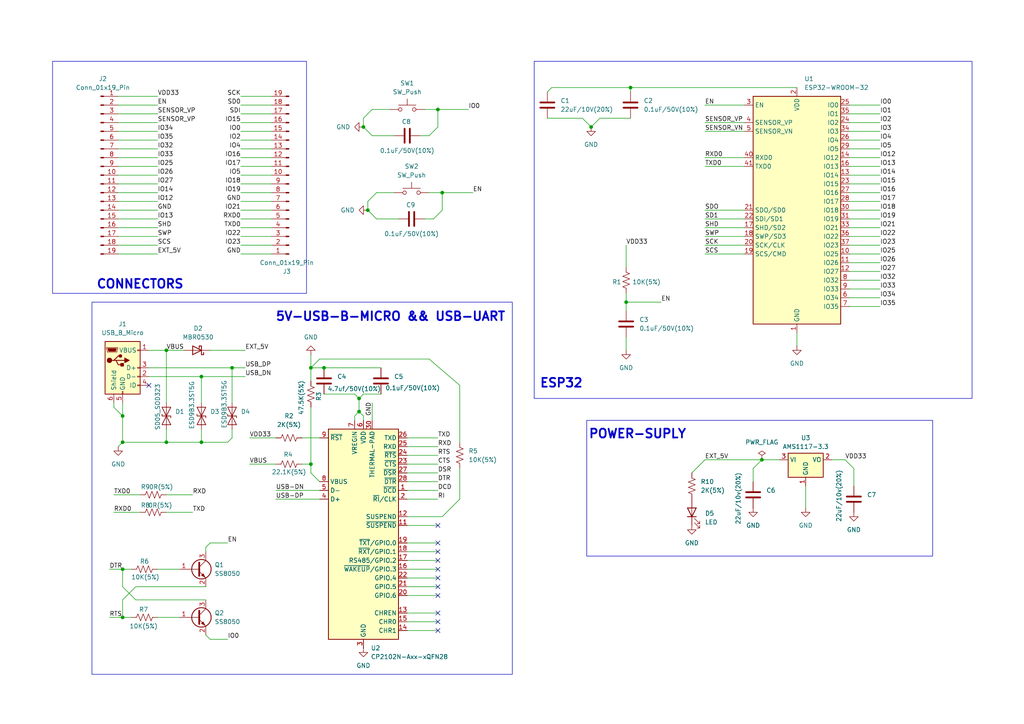
<source format=kicad_sch>
(kicad_sch (version 20250114) (generator "eeschema") (generator_version "9.0")
  (paper "A4")
  (title_block (title "ESP32-NANO-DEM") (date "2025-08-22") (rev "01") (company "IBX"))
  (lib_symbols
    (symbol "Connector:Conn_01x19_Pin" (pin_names (offset 1.016) (hide yes))
      (property "Reference" "J" (at 0 25.4 0))
      (property "Value" "Conn_01x19_Pin" (at 0 -25.4 0))
      (symbol "Conn_01x19_Pin_1_1"
        (rectangle (start 0.8636 22.987) (end 0 22.733) (stroke (width 0.1524)) (fill (type outline)))
        (rectangle (start 0.8636 20.447) (end 0 20.193) (stroke (width 0.1524)) (fill (type outline)))
        (rectangle (start 0.8636 17.907) (end 0 17.653) (stroke (width 0.1524)) (fill (type outline)))
        (rectangle (start 0.8636 15.367) (end 0 15.113) (stroke (width 0.1524)) (fill (type outline)))
        (rectangle (start 0.8636 12.827) (end 0 12.573) (stroke (width 0.1524)) (fill (type outline)))
        (rectangle (start 0.8636 10.287) (end 0 10.033) (stroke (width 0.1524)) (fill (type outline)))
        (rectangle (start 0.8636 7.747) (end 0 7.493) (stroke (width 0.1524)) (fill (type outline)))
        (rectangle (start 0.8636 5.207) (end 0 4.953) (stroke (width 0.1524)) (fill (type outline)))
        (rectangle (start 0.8636 2.667) (end 0 2.413) (stroke (width 0.1524)) (fill (type outline)))
        (rectangle (start 0.8636 0.127) (end 0 -0.127) (stroke (width 0.1524)) (fill (type outline)))
        (rectangle (start 0.8636 -2.413) (end 0 -2.667) (stroke (width 0.1524)) (fill (type outline)))
        (rectangle (start 0.8636 -4.953) (end 0 -5.207) (stroke (width 0.1524)) (fill (type outline)))
        (rectangle (start 0.8636 -7.493) (end 0 -7.747) (stroke (width 0.1524)) (fill (type outline)))
        (rectangle (start 0.8636 -10.033) (end 0 -10.287) (stroke (width 0.1524)) (fill (type outline)))
        (rectangle (start 0.8636 -12.573) (end 0 -12.827) (stroke (width 0.1524)) (fill (type outline)))
        (rectangle (start 0.8636 -15.113) (end 0 -15.367) (stroke (width 0.1524)) (fill (type outline)))
        (rectangle (start 0.8636 -17.653) (end 0 -17.907) (stroke (width 0.1524)) (fill (type outline)))
        (rectangle (start 0.8636 -20.193) (end 0 -20.447) (stroke (width 0.1524)) (fill (type outline)))
        (rectangle (start 0.8636 -22.733) (end 0 -22.987) (stroke (width 0.1524)) (fill (type outline)))
        (polyline (pts (xy 1.27 22.86) (xy 0.8636 22.86)) (stroke (width 0.1524)))
        (polyline (pts (xy 1.27 20.32) (xy 0.8636 20.32)) (stroke (width 0.1524)))
        (polyline (pts (xy 1.27 17.78) (xy 0.8636 17.78)) (stroke (width 0.1524)))
        (polyline (pts (xy 1.27 15.24) (xy 0.8636 15.24)) (stroke (width 0.1524)))
        (polyline (pts (xy 1.27 12.7) (xy 0.8636 12.7)) (stroke (width 0.1524)))
        (polyline (pts (xy 1.27 10.16) (xy 0.8636 10.16)) (stroke (width 0.1524)))
        (polyline (pts (xy 1.27 7.62) (xy 0.8636 7.62)) (stroke (width 0.1524)))
        (polyline (pts (xy 1.27 5.08) (xy 0.8636 5.08)) (stroke (width 0.1524)))
        (polyline (pts (xy 1.27 2.54) (xy 0.8636 2.54)) (stroke (width 0.1524)))
        (polyline (pts (xy 1.27 0) (xy 0.8636 0)) (stroke (width 0.1524)))
        (polyline (pts (xy 1.27 -2.54) (xy 0.8636 -2.54)) (stroke (width 0.1524)))
        (polyline (pts (xy 1.27 -5.08) (xy 0.8636 -5.08)) (stroke (width 0.1524)))
        (polyline (pts (xy 1.27 -7.62) (xy 0.8636 -7.62)) (stroke (width 0.1524)))
        (polyline (pts (xy 1.27 -10.16) (xy 0.8636 -10.16)) (stroke (width 0.1524)))
        (polyline (pts (xy 1.27 -12.7) (xy 0.8636 -12.7)) (stroke (width 0.1524)))
        (polyline (pts (xy 1.27 -15.24) (xy 0.8636 -15.24)) (stroke (width 0.1524)))
        (polyline (pts (xy 1.27 -17.78) (xy 0.8636 -17.78)) (stroke (width 0.1524)))
        (polyline (pts (xy 1.27 -20.32) (xy 0.8636 -20.32)) (stroke (width 0.1524)))
        (polyline (pts (xy 1.27 -22.86) (xy 0.8636 -22.86)) (stroke (width 0.1524)))
        (pin passive line (at 5.08 22.86 180) (length 3.81) (name "Pin_1") (number "1"))
        (pin passive line (at 5.08 20.32 180) (length 3.81) (name "Pin_2") (number "2"))
        (pin passive line (at 5.08 17.78 180) (length 3.81) (name "Pin_3") (number "3"))
        (pin passive line (at 5.08 15.24 180) (length 3.81) (name "Pin_4") (number "4"))
        (pin passive line (at 5.08 12.7 180) (length 3.81) (name "Pin_5") (number "5"))
        (pin passive line (at 5.08 10.16 180) (length 3.81) (name "Pin_6") (number "6"))
        (pin passive line (at 5.08 7.62 180) (length 3.81) (name "Pin_7") (number "7"))
        (pin passive line (at 5.08 5.08 180) (length 3.81) (name "Pin_8") (number "8"))
        (pin passive line (at 5.08 2.54 180) (length 3.81) (name "Pin_9") (number "9"))
        (pin passive line (at 5.08 0 180) (length 3.81) (name "Pin_10") (number "10"))
        (pin passive line (at 5.08 -2.54 180) (length 3.81) (name "Pin_11") (number "11"))
        (pin passive line (at 5.08 -5.08 180) (length 3.81) (name "Pin_12") (number "12"))
        (pin passive line (at 5.08 -7.62 180) (length 3.81) (name "Pin_13") (number "13"))
        (pin passive line (at 5.08 -10.16 180) (length 3.81) (name "Pin_14") (number "14"))
        (pin passive line (at 5.08 -12.7 180) (length 3.81) (name "Pin_15") (number "15"))
        (pin passive line (at 5.08 -15.24 180) (length 3.81) (name "Pin_16") (number "16"))
        (pin passive line (at 5.08 -17.78 180) (length 3.81) (name "Pin_17") (number "17"))
        (pin passive line (at 5.08 -20.32 180) (length 3.81) (name "Pin_18") (number "18"))
        (pin passive line (at 5.08 -22.86 180) (length 3.81) (name "Pin_19") (number "19"))
      )
    )
    (symbol "Connector:USB_B_Micro" (pin_names (offset 1.016))
      (property "Reference" "J" (at -5.08 11.43 0))
      (property "Value" "USB_B_Micro" (at -5.08 8.89 0))
      (symbol "USB_B_Micro_0_1"
        (rectangle (start -5.08 -7.62) (end 5.08 7.62) (stroke (width 0.254)) (fill (type background)))
        (polyline (pts (xy -4.699 5.842) (xy -4.699 5.588) (xy -4.445 4.826) (xy -4.445 4.572) (xy -1.651 4.572) (xy -1.651 4.826) (xy -1.397 5.588) (xy -1.397 5.842) (xy -4.699 5.842)))
        (polyline (pts (xy -4.318 5.588) (xy -1.778 5.588) (xy -2.032 4.826) (xy -4.064 4.826) (xy -4.318 5.588)) (fill (type outline)))
        (circle (center -3.81 2.159) (radius 0.635) (stroke (width 0.254)) (fill (type outline)))
        (polyline (pts (xy -3.175 2.159) (xy -2.54 2.159) (xy -1.27 3.429) (xy -0.635 3.429)) (stroke (width 0.254)))
        (polyline (pts (xy -2.54 2.159) (xy -1.905 2.159) (xy -1.27 0.889) (xy 0 0.889)) (stroke (width 0.254)))
        (polyline (pts (xy -1.905 2.159) (xy 0.635 2.159)) (stroke (width 0.254)))
        (circle (center -0.635 3.429) (radius 0.381) (stroke (width 0.254)) (fill (type outline)))
        (rectangle (start -0.127 -7.62) (end 0.127 -6.858))
        (rectangle (start 0.254 1.27) (end -0.508 0.508) (stroke (width 0.254)) (fill (type outline)))
        (polyline (pts (xy 0.635 2.794) (xy 0.635 1.524) (xy 1.905 2.159) (xy 0.635 2.794)) (stroke (width 0.254)) (fill (type outline)))
        (rectangle (start 5.08 4.953) (end 4.318 5.207))
        (rectangle (start 5.08 -0.127) (end 4.318 0.127))
        (rectangle (start 5.08 -2.667) (end 4.318 -2.413))
        (rectangle (start 5.08 -5.207) (end 4.318 -4.953))
      )
      (symbol "USB_B_Micro_1_1"
        (pin passive line (at -2.54 -10.16 90) (length 2.54) (name "Shield") (number "6"))
        (pin power_out line (at 0 -10.16 90) (length 2.54) (name "GND") (number "5"))
        (pin power_out line (at 7.62 5.08 180) (length 2.54) (name "VBUS") (number "1"))
        (pin bidirectional line (at 7.62 0 180) (length 2.54) (name "D+") (number "3"))
        (pin bidirectional line (at 7.62 -2.54 180) (length 2.54) (name "D-") (number "2"))
        (pin passive line (at 7.62 -5.08 180) (length 2.54) (name "ID") (number "4"))
      )
    )
    (symbol "Device:C" (pin_numbers (hide yes)) (pin_names (offset 0.254))
      (property "Reference" "C" (at 0.635 2.54 0))
      (property "Value" "C" (at 0.635 -2.54 0))
      (symbol "C_0_1"
        (polyline (pts (xy -2.032 0.762) (xy 2.032 0.762)) (stroke (width 0.508)))
        (polyline (pts (xy -2.032 -0.762) (xy 2.032 -0.762)) (stroke (width 0.508)))
      )
      (symbol "C_1_1"
        (pin passive line (at 0 3.81 270) (length 2.794) (name "~") (number "1"))
        (pin passive line (at 0 -3.81 90) (length 2.794) (name "~") (number "2"))
      )
    )
    (symbol "Device:LED" (pin_numbers (hide yes)) (pin_names (offset 1.016) (hide yes))
      (property "Reference" "D" (at 0 2.54 0))
      (property "Value" "LED" (at 0 -2.54 0))
      (symbol "LED_0_1"
        (polyline (pts (xy -3.048 -0.762) (xy -4.572 -2.286) (xy -3.81 -2.286) (xy -4.572 -2.286) (xy -4.572 -1.524)))
        (polyline (pts (xy -1.778 -0.762) (xy -3.302 -2.286) (xy -2.54 -2.286) (xy -3.302 -2.286) (xy -3.302 -1.524)))
        (polyline (pts (xy -1.27 0) (xy 1.27 0)))
        (polyline (pts (xy -1.27 -1.27) (xy -1.27 1.27)) (stroke (width 0.254)))
        (polyline (pts (xy 1.27 -1.27) (xy 1.27 1.27) (xy -1.27 0) (xy 1.27 -1.27)) (stroke (width 0.254)))
      )
      (symbol "LED_1_1"
        (pin passive line (at -3.81 0 0) (length 2.54) (name "K") (number "1"))
        (pin passive line (at 3.81 0 180) (length 2.54) (name "A") (number "2"))
      )
    )
    (symbol "Device:R_US" (pin_numbers (hide yes)) (pin_names (offset 0))
      (property "Reference" "R" (at 2.54 0 90))
      (property "Value" "R_US" (at -2.54 0 90))
      (symbol "R_US_0_1"
        (polyline (pts (xy 0 2.286) (xy 0 2.54)))
        (polyline (pts (xy 0 2.286) (xy 1.016 1.905) (xy 0 1.524) (xy -1.016 1.143) (xy 0 0.762)))
        (polyline (pts (xy 0 0.762) (xy 1.016 0.381) (xy 0 0) (xy -1.016 -0.381) (xy 0 -0.762)))
        (polyline (pts (xy 0 -0.762) (xy 1.016 -1.143) (xy 0 -1.524) (xy -1.016 -1.905) (xy 0 -2.286)))
        (polyline (pts (xy 0 -2.286) (xy 0 -2.54)))
      )
      (symbol "R_US_1_1"
        (pin passive line (at 0 3.81 270) (length 1.27) (name "~") (number "1"))
        (pin passive line (at 0 -3.81 90) (length 1.27) (name "~") (number "2"))
      )
    )
    (symbol "Diode:ESD9B3.3ST5G" (pin_numbers (hide yes)) (pin_names (offset 1.016) (hide yes))
      (property "Reference" "D" (at 0 2.54 0))
      (property "Value" "ESD9B3.3ST5G" (at 0 -2.54 0))
      (symbol "ESD9B3.3ST5G_0_1"
        (polyline (pts (xy -2.54 -1.27) (xy 0 0) (xy -2.54 1.27) (xy -2.54 -1.27)) (stroke (width 0.2032)))
        (polyline (pts (xy 0.508 1.27) (xy 0 1.27) (xy 0 -1.27) (xy -0.508 -1.27)) (stroke (width 0.2032)))
        (polyline (pts (xy 1.27 0) (xy -1.27 0)))
        (polyline (pts (xy 2.54 1.27) (xy 2.54 -1.27) (xy 0 0) (xy 2.54 1.27)) (stroke (width 0.2032)))
      )
      (symbol "ESD9B3.3ST5G_1_1"
        (pin passive line (at -3.81 0 0) (length 2.54) (name "A1") (number "1"))
        (pin passive line (at 3.81 0 180) (length 2.54) (name "A2") (number "2"))
      )
    )
    (symbol "Diode:MBR0530" (pin_numbers (hide yes)) (pin_names (offset 1.016) (hide yes))
      (property "Reference" "D" (at 0 2.54 0))
      (property "Value" "MBR0530" (at 0 -2.54 0))
      (symbol "MBR0530_0_1"
        (polyline (pts (xy -1.905 0.635) (xy -1.905 1.27) (xy -1.27 1.27) (xy -1.27 -1.27) (xy -0.635 -1.27) (xy -0.635 -0.635)) (stroke (width 0.254)))
        (polyline (pts (xy 1.27 1.27) (xy 1.27 -1.27) (xy -1.27 0) (xy 1.27 1.27)) (stroke (width 0.254)))
        (polyline (pts (xy 1.27 0) (xy -1.27 0)))
      )
      (symbol "MBR0530_1_1"
        (pin passive line (at -3.81 0 0) (length 2.54) (name "K") (number "1"))
        (pin passive line (at 3.81 0 180) (length 2.54) (name "A") (number "2"))
      )
    )
    (symbol "Diode:SD05_SOD323" (pin_numbers (hide yes)) (pin_names (offset 1.016) (hide yes))
      (property "Reference" "D" (at 0 2.54 0))
      (property "Value" "SD05_SOD323" (at 0 -2.54 0))
      (symbol "SD05_SOD323_0_1"
        (polyline (pts (xy -2.54 -1.27) (xy 0 0) (xy -2.54 1.27) (xy -2.54 -1.27)) (stroke (width 0.2032)))
        (polyline (pts (xy 0.508 1.27) (xy 0 1.27) (xy 0 -1.27) (xy -0.508 -1.27)) (stroke (width 0.2032)))
        (polyline (pts (xy 1.27 0) (xy -1.27 0)))
        (polyline (pts (xy 2.54 1.27) (xy 2.54 -1.27) (xy 0 0) (xy 2.54 1.27)) (stroke (width 0.2032)))
      )
      (symbol "SD05_SOD323_1_1"
        (pin passive line (at -3.81 0 0) (length 2.54) (name "A1") (number "1"))
        (pin passive line (at 3.81 0 180) (length 2.54) (name "A2") (number "2"))
      )
    )
    (symbol "Interface_USB:CP2102N-Axx-xQFN28"
      (property "Reference" "U2" (at 2.1433 -33.02 0))
      (property "Value" "CP2102N-Axx-xQFN28" (at 2.1433 -35.56 0))
      (symbol "CP2102N-Axx-xQFN28_0_1"
        (rectangle (start -10.16 30.48) (end 10.16 -30.48) (stroke (width 0.254)) (fill (type background)))
      )
      (symbol "CP2102N-Axx-xQFN28_1_1"
        (pin input line (at -12.7 27.94 0) (length 2.54) (name "~{RST}") (number "9"))
        (pin input line (at -12.7 15.24 0) (length 2.54) (name "VBUS") (number "8"))
        (pin bidirectional line (at -12.7 12.7 0) (length 2.54) (name "D-") (number "5"))
        (pin bidirectional line (at -12.7 10.16 0) (length 2.54) (name "D+") (number "4"))
        (pin no_connect line (at -10.16 -27.94 0) (length 2.54) (hide yes) (name "NC") (number "10"))
        (pin power_in line (at -2.54 33.02 270) (length 2.54) (name "VREGIN") (number "7"))
        (pin power_in line (at 0 33.02 270) (length 2.54) (name "VDD") (number "6"))
        (pin passive line (at 0 -33.02 90) (length 2.54) (hide yes) (name "GND") (number "29"))
        (pin power_in line (at 0 -33.02 90) (length 2.54) (name "GND") (number "3"))
        (pin passive line (at 2.54 33.02 270) (length 2.54) (name "THERMAL-PAD") (number "30"))
        (pin output line (at 12.7 27.94 180) (length 2.54) (name "TXD") (number "26"))
        (pin input line (at 12.7 25.4 180) (length 2.54) (name "RXD") (number "25"))
        (pin output line (at 12.7 22.86 180) (length 2.54) (name "~{RTS}") (number "24"))
        (pin input line (at 12.7 20.32 180) (length 2.54) (name "~{CTS}") (number "23"))
        (pin input line (at 12.7 17.78 180) (length 2.54) (name "~{DSR}") (number "27"))
        (pin output line (at 12.7 15.24 180) (length 2.54) (name "~{DTR}") (number "28"))
        (pin input line (at 12.7 12.7 180) (length 2.54) (name "~{DCD}") (number "1"))
        (pin bidirectional line (at 12.7 10.16 180) (length 2.54) (name "~{RI}/CLK") (number "2"))
        (pin output line (at 12.7 5.08 180) (length 2.54) (name "SUSPEND") (number "12"))
        (pin output line (at 12.7 2.54 180) (length 2.54) (name "~{SUSPEND}") (number "11"))
        (pin bidirectional line (at 12.7 -2.54 180) (length 2.54) (name "~{TXT}/GPIO.0") (number "19"))
        (pin bidirectional line (at 12.7 -5.08 180) (length 2.54) (name "~{RXT}/GPIO.1") (number "18"))
        (pin bidirectional line (at 12.7 -7.62 180) (length 2.54) (name "RS485/GPIO.2") (number "17"))
        (pin bidirectional line (at 12.7 -10.16 180) (length 2.54) (name "~{WAKEUP}/GPIO.3") (number "16"))
        (pin bidirectional line (at 12.7 -12.7 180) (length 2.54) (name "GPIO.4") (number "22"))
        (pin bidirectional line (at 12.7 -15.24 180) (length 2.54) (name "GPIO.5") (number "21"))
        (pin bidirectional line (at 12.7 -17.78 180) (length 2.54) (name "GPIO.6") (number "20"))
        (pin output line (at 12.7 -22.86 180) (length 2.54) (name "CHREN") (number "13"))
        (pin output line (at 12.7 -25.4 180) (length 2.54) (name "CHR0") (number "15"))
        (pin output line (at 12.7 -27.94 180) (length 2.54) (name "CHR1") (number "14"))
      )
    )
    (symbol "RF_Module:ESP32-WROOM-32"
      (property "Reference" "U1" (at 2.1433 38.1 0))
      (property "Value" "ESP32-WROOM-32" (at 2.1433 35.56 0))
      (symbol "ESP32-WROOM-32_0_1"
        (rectangle (start -12.7 33.02) (end 12.7 -33.02) (stroke (width 0.254)) (fill (type background)))
      )
      (symbol "ESP32-WROOM-32_1_1"
        (pin input line (at -15.24 30.48 0) (length 2.54) (name "EN") (number "3"))
        (pin input line (at -15.24 25.4 0) (length 2.54) (name "SENSOR_VP") (number "4"))
        (pin input line (at -15.24 22.86 0) (length 2.54) (name "SENSOR_VN") (number "5"))
        (pin input line (at -15.24 15.24 0) (length 2.54) (name "RXD0") (number "40"))
        (pin output line (at -15.24 12.7 0) (length 2.54) (name "TXD0") (number "41"))
        (pin bidirectional line (at -15.24 0 0) (length 2.54) (name "SDO/SD0") (number "21"))
        (pin bidirectional line (at -15.24 -2.54 0) (length 2.54) (name "SDI/SD1") (number "22"))
        (pin bidirectional line (at -15.24 -5.08 0) (length 2.54) (name "SHD/SD2") (number "17"))
        (pin bidirectional line (at -15.24 -7.62 0) (length 2.54) (name "SWP/SD3") (number "18"))
        (pin bidirectional line (at -15.24 -10.16 0) (length 2.54) (name "SCK/CLK") (number "20"))
        (pin bidirectional line (at -15.24 -12.7 0) (length 2.54) (name "SCS/CMD") (number "19"))
        (pin no_connect line (at -12.7 -27.94 0) (length 2.54) (hide yes) (name "NC") (number "32"))
        (pin power_in line (at 0 35.56 270) (length 2.54) (name "VDD") (number "2"))
        (pin power_in line (at 0 -35.56 90) (length 2.54) (name "GND") (number "1"))
        (pin passive line (at 0 -35.56 90) (length 2.54) (hide yes) (name "GND") (number "15"))
        (pin passive line (at 0 -35.56 90) (length 2.54) (hide yes) (name "GND") (number "38"))
        (pin passive line (at 0 -35.56 90) (length 2.54) (hide yes) (name "GND") (number "39"))
        (pin bidirectional line (at 15.24 30.48 180) (length 2.54) (name "IO0") (number "25"))
        (pin bidirectional line (at 15.24 27.94 180) (length 2.54) (name "IO1") (number "35"))
        (pin bidirectional line (at 15.24 25.4 180) (length 2.54) (name "IO2") (number "24"))
        (pin bidirectional line (at 15.24 22.86 180) (length 2.54) (name "IO3") (number "34"))
        (pin bidirectional line (at 15.24 20.32 180) (length 2.54) (name "IO4") (number "26"))
        (pin bidirectional line (at 15.24 17.78 180) (length 2.54) (name "IO5") (number "29"))
        (pin bidirectional line (at 15.24 15.24 180) (length 2.54) (name "IO12") (number "14"))
        (pin bidirectional line (at 15.24 12.7 180) (length 2.54) (name "IO13") (number "16"))
        (pin bidirectional line (at 15.24 10.16 180) (length 2.54) (name "IO14") (number "13"))
        (pin bidirectional line (at 15.24 7.62 180) (length 2.54) (name "IO15") (number "23"))
        (pin bidirectional line (at 15.24 5.08 180) (length 2.54) (name "IO16") (number "27"))
        (pin bidirectional line (at 15.24 2.54 180) (length 2.54) (name "IO17") (number "28"))
        (pin bidirectional line (at 15.24 0 180) (length 2.54) (name "IO18") (number "30"))
        (pin bidirectional line (at 15.24 -2.54 180) (length 2.54) (name "IO19") (number "31"))
        (pin bidirectional line (at 15.24 -5.08 180) (length 2.54) (name "IO21") (number "33"))
        (pin bidirectional line (at 15.24 -7.62 180) (length 2.54) (name "IO22") (number "36"))
        (pin bidirectional line (at 15.24 -10.16 180) (length 2.54) (name "IO23") (number "37"))
        (pin bidirectional line (at 15.24 -12.7 180) (length 2.54) (name "IO25") (number "10"))
        (pin bidirectional line (at 15.24 -15.24 180) (length 2.54) (name "IO26") (number "11"))
        (pin bidirectional line (at 15.24 -17.78 180) (length 2.54) (name "IO27") (number "12"))
        (pin bidirectional line (at 15.24 -20.32 180) (length 2.54) (name "IO32") (number "8"))
        (pin bidirectional line (at 15.24 -22.86 180) (length 2.54) (name "IO33") (number "9"))
        (pin input line (at 15.24 -25.4 180) (length 2.54) (name "IO34") (number "6"))
        (pin input line (at 15.24 -27.94 180) (length 2.54) (name "IO35") (number "7"))
      )
    )
    (symbol "Regulator_Linear:AMS1117-3.3"
      (property "Reference" "U" (at -3.81 3.175 0))
      (property "Value" "AMS1117-3.3" (at 0 3.175 0))
      (symbol "AMS1117-3.3_0_1"
        (rectangle (start -5.08 -5.08) (end 5.08 1.905) (stroke (width 0.254)) (fill (type background)))
      )
      (symbol "AMS1117-3.3_1_1"
        (pin power_in line (at -7.62 0 0) (length 2.54) (name "VI") (number "3"))
        (pin power_in line (at 0 -7.62 90) (length 2.54) (name "GND") (number "1"))
        (pin power_out line (at 7.62 0 180) (length 2.54) (name "VO") (number "2"))
      )
    )
    (symbol "Switch:SW_Push" (pin_numbers (hide yes)) (pin_names (offset 1.016) (hide yes))
      (property "Reference" "SW" (at 1.27 2.54 0))
      (property "Value" "SW_Push" (at 0 -1.524 0))
      (symbol "SW_Push_0_1"
        (circle (center -2.032 0) (radius 0.508))
        (polyline (pts (xy 0 1.27) (xy 0 3.048)))
        (circle (center 2.032 0) (radius 0.508))
        (polyline (pts (xy 2.54 1.27) (xy -2.54 1.27)))
        (pin passive line (at -5.08 0 0) (length 2.54) (name "1") (number "1"))
        (pin passive line (at 5.08 0 180) (length 2.54) (name "2") (number "2"))
      )
    )
    (symbol "Transistor_BJT:SS8050" (pin_names (offset 0) (hide yes))
      (property "Reference" "Q" (at 5.08 1.905 0))
      (property "Value" "SS8050" (at 5.08 0 0))
      (symbol "SS8050_0_1"
        (polyline (pts (xy -2.54 0) (xy 0.635 0)))
        (polyline (pts (xy 0.635 1.905) (xy 0.635 -1.905)) (stroke (width 0.508)))
        (circle (center 1.27 0) (radius 2.8194) (stroke (width 0.254)))
      )
      (symbol "SS8050_1_1"
        (polyline (pts (xy 0.635 0.635) (xy 2.54 2.54)))
        (polyline (pts (xy 0.635 -0.635) (xy 2.54 -2.54)))
        (polyline (pts (xy 1.27 -1.778) (xy 1.778 -1.27) (xy 2.286 -2.286) (xy 1.27 -1.778)) (fill (type outline)))
        (pin input line (at -5.08 0 0) (length 2.54) (name "B") (number "1"))
        (pin passive line (at 2.54 5.08 270) (length 2.54) (name "C") (number "3"))
        (pin passive line (at 2.54 -5.08 90) (length 2.54) (name "E") (number "2"))
      )
    )
    (symbol "power:GND" (power) (pin_numbers (hide yes)) (pin_names (offset 0) (hide yes))
      (property "Value" "GND" (at 0 -3.81 0))
      (symbol "GND_0_1"
        (polyline (pts (xy 0 0) (xy 0 -1.27) (xy 1.27 -1.27) (xy 0 -2.54) (xy -1.27 -1.27) (xy 0 -1.27)))
      )
      (symbol "GND_1_1"
        (pin power_in line (at 0 0 270) (length 0) (name "~") (number "1"))
      )
    )
    (symbol "power:PWR_FLAG" (power) (pin_numbers (hide yes)) (pin_names (offset 0) (hide yes))
      (property "Value" "PWR_FLAG" (at 0 3.81 0))
      (symbol "PWR_FLAG_0_0"
        (pin power_out line (at 0 0 90) (length 0) (name "~") (number "1"))
      )
      (symbol "PWR_FLAG_0_1"
        (polyline (pts (xy 0 0) (xy 0 1.27) (xy -1.016 1.905) (xy 0 2.54) (xy 1.016 1.905) (xy 0 1.27)))
      )
    )
  )
  (rectangle (start 26.67 87.63) (end 148.59 195.58))
  (rectangle (start 15.24 17.78) (end 88.9 85.09))
  (rectangle (start 170.18 121.92) (end 270.51 161.29))
  (rectangle (start 154.94 17.78) (end 281.94 115.57))
  (text "POWER-SUPLY" (at 184.912 125.984 0) (effects (font (size 2.54 2.54) (thickness 0.508) (bold yes))))
  (text "ESP32" (at 162.814 111.252 0) (effects (font (size 2.54 2.54) (thickness 0.508) (bold yes))))
  (text "5V-USB-B-MICRO && USB-UART\n" (at 113.284 91.948 0) (effects (font (size 2.54 2.54) (thickness 0.508) (bold yes))))
  (text "CONNECTORS\n" (at 40.64 82.55 0) (effects (font (size 2.54 2.54) (thickness 0.508) (bold yes))))
  (junction (at 48.26 128.27))
  (junction (at 35.56 179.07))
  (junction (at 106.68 60.96))
  (junction (at 182.88 25.4))
  (junction (at 104.14 119.38))
  (junction (at 181.61 87.63))
  (junction (at 35.56 120.65))
  (junction (at 35.56 128.27))
  (junction (at 48.26 101.6))
  (junction (at 35.56 165.1))
  (junction (at 105.41 36.83))
  (junction (at 67.31 106.68))
  (junction (at 104.14 115.57))
  (junction (at 171.45 36.83))
  (junction (at 58.42 109.22))
  (junction (at 127 31.75))
  (junction (at 58.42 128.27))
  (junction (at 93.98 106.68))
  (junction (at 128.27 55.88))
  (junction (at 220.98 133.35))
  (junction (at 90.17 134.62))
  (junction (at 90.17 106.68))
  (no_connect (at 127 162.56))
  (no_connect (at 127 165.1))
  (no_connect (at 127 152.4))
  (no_connect (at 127 180.34))
  (no_connect (at 127 170.18))
  (no_connect (at 127 177.8))
  (no_connect (at 127 167.64))
  (no_connect (at 127 182.88))
  (no_connect (at 127 157.48))
  (no_connect (at 127 160.02))
  (no_connect (at 43.18 111.76))
  (no_connect (at 127 172.72))
  (wire (pts (xy 66.04 128.27) (xy 58.42 128.27)))
  (wire (pts (xy 241.3 133.35) (xy 245.11 133.35)))
  (wire (pts (xy 246.38 53.34) (xy 255.27 53.34)))
  (wire (pts (xy 92.71 139.7) (xy 90.17 137.16)))
  (wire (pts (xy 246.38 66.04) (xy 255.27 66.04)))
  (wire (pts (xy 78.74 40.64) (xy 69.85 40.64)))
  (wire (pts (xy 118.11 129.54) (xy 127 129.54)))
  (wire (pts (xy 34.29 71.12) (xy 45.72 71.12)))
  (wire (pts (xy 78.74 30.48) (xy 69.85 30.48)))
  (wire (pts (xy 48.26 101.6) (xy 53.34 101.6)))
  (wire (pts (xy 181.61 71.12) (xy 181.61 77.47)))
  (wire (pts (xy 34.29 45.72) (xy 45.72 45.72)))
  (wire (pts (xy 204.47 48.26) (xy 215.9 48.26)))
  (wire (pts (xy 181.61 97.79) (xy 181.61 101.6)))
  (wire (pts (xy 78.74 71.12) (xy 69.85 71.12)))
  (wire (pts (xy 67.31 106.68) (xy 71.12 106.68)))
  (wire (pts (xy 105.41 114.3) (xy 110.49 114.3)))
  (wire (pts (xy 246.38 30.48) (xy 255.27 30.48)))
  (wire (pts (xy 35.56 165.1) (xy 38.1 165.1)))
  (wire (pts (xy 93.98 114.3) (xy 102.87 114.3)))
  (wire (pts (xy 59.69 170.18) (xy 39.37 170.18)))
  (wire (pts (xy 118.11 167.64) (xy 127 167.64)))
  (wire (pts (xy 204.47 63.5) (xy 215.9 63.5)))
  (wire (pts (xy 90.17 118.11) (xy 90.17 134.62)))
  (wire (pts (xy 114.3 55.88) (xy 109.22 55.88)))
  (wire (pts (xy 34.29 43.18) (xy 45.72 43.18)))
  (wire (pts (xy 34.29 40.64) (xy 45.72 40.64)))
  (wire (pts (xy 115.57 63.5) (xy 109.22 63.5)))
  (wire (pts (xy 246.38 71.12) (xy 255.27 71.12)))
  (wire (pts (xy 60.96 157.48) (xy 66.04 157.48)))
  (wire (pts (xy 90.17 134.62) (xy 90.17 137.16)))
  (wire (pts (xy 118.11 160.02) (xy 127 160.02)))
  (wire (pts (xy 246.38 83.82) (xy 255.27 83.82)))
  (wire (pts (xy 90.17 106.68) (xy 90.17 110.49)))
  (wire (pts (xy 34.29 33.02) (xy 45.72 33.02)))
  (wire (pts (xy 34.29 55.88) (xy 45.72 55.88)))
  (wire (pts (xy 34.29 129.54) (xy 35.56 128.27)))
  (wire (pts (xy 158.75 34.29) (xy 168.91 34.29)))
  (wire (pts (xy 104.14 115.57) (xy 102.87 114.3)))
  (wire (pts (xy 246.38 81.28) (xy 255.27 81.28)))
  (wire (pts (xy 246.38 78.74) (xy 255.27 78.74)))
  (wire (pts (xy 78.74 27.94) (xy 69.85 27.94)))
  (wire (pts (xy 204.47 38.1) (xy 215.9 38.1)))
  (wire (pts (xy 48.26 148.59) (xy 55.88 148.59)))
  (wire (pts (xy 124.46 55.88) (xy 128.27 55.88)))
  (wire (pts (xy 31.75 179.07) (xy 35.56 179.07)))
  (wire (pts (xy 204.47 66.04) (xy 215.9 66.04)))
  (wire (pts (xy 104.14 119.38) (xy 105.41 120.65)))
  (wire (pts (xy 114.3 39.37) (xy 107.95 39.37)))
  (wire (pts (xy 246.38 68.58) (xy 255.27 68.58)))
  (wire (pts (xy 247.65 135.89) (xy 247.65 140.97)))
  (wire (pts (xy 34.29 50.8) (xy 45.72 50.8)))
  (wire (pts (xy 246.38 58.42) (xy 255.27 58.42)))
  (wire (pts (xy 78.74 50.8) (xy 69.85 50.8)))
  (wire (pts (xy 118.11 182.88) (xy 127 182.88)))
  (wire (pts (xy 59.69 160.02) (xy 59.69 158.75)))
  (wire (pts (xy 67.31 127) (xy 66.04 128.27)))
  (wire (pts (xy 204.47 30.48) (xy 215.9 30.48)))
  (wire (pts (xy 133.35 111.76) (xy 133.35 128.27)))
  (wire (pts (xy 123.19 31.75) (xy 127 31.75)))
  (wire (pts (xy 78.74 68.58) (xy 69.85 68.58)))
  (wire (pts (xy 121.92 39.37) (xy 124.46 39.37)))
  (wire (pts (xy 104.14 115.57) (xy 105.41 114.3)))
  (wire (pts (xy 45.72 179.07) (xy 52.07 179.07)))
  (wire (pts (xy 48.26 143.51) (xy 55.88 143.51)))
  (wire (pts (xy 218.44 135.89) (xy 220.98 133.35)))
  (wire (pts (xy 181.61 87.63) (xy 191.77 87.63)))
  (wire (pts (xy 246.38 73.66) (xy 255.27 73.66)))
  (wire (pts (xy 204.47 60.96) (xy 215.9 60.96)))
  (wire (pts (xy 204.47 71.12) (xy 215.9 71.12)))
  (wire (pts (xy 245.11 133.35) (xy 247.65 135.89)))
  (wire (pts (xy 59.69 173.99) (xy 39.37 173.99)))
  (wire (pts (xy 181.61 85.09) (xy 181.61 87.63)))
  (wire (pts (xy 60.96 101.6) (xy 71.12 101.6)))
  (wire (pts (xy 34.29 73.66) (xy 45.72 73.66)))
  (wire (pts (xy 78.74 43.18) (xy 69.85 43.18)))
  (wire (pts (xy 34.29 68.58) (xy 45.72 68.58)))
  (wire (pts (xy 78.74 60.96) (xy 69.85 60.96)))
  (wire (pts (xy 160.02 25.4) (xy 158.75 26.67)))
  (wire (pts (xy 31.75 165.1) (xy 35.56 165.1)))
  (wire (pts (xy 43.18 101.6) (xy 48.26 101.6)))
  (wire (pts (xy 58.42 128.27) (xy 48.26 128.27)))
  (wire (pts (xy 118.11 152.4) (xy 127 152.4)))
  (wire (pts (xy 246.38 45.72) (xy 255.27 45.72)))
  (wire (pts (xy 35.56 120.65) (xy 35.56 128.27)))
  (wire (pts (xy 218.44 139.7) (xy 218.44 135.89)))
  (wire (pts (xy 78.74 45.72) (xy 69.85 45.72)))
  (wire (pts (xy 246.38 88.9) (xy 255.27 88.9)))
  (wire (pts (xy 92.71 104.14) (xy 90.17 106.68)))
  (wire (pts (xy 204.47 73.66) (xy 215.9 73.66)))
  (wire (pts (xy 109.22 63.5) (xy 106.68 60.96)))
  (wire (pts (xy 78.74 58.42) (xy 69.85 58.42)))
  (wire (pts (xy 171.45 36.83) (xy 173.99 34.29)))
  (wire (pts (xy 78.74 35.56) (xy 69.85 35.56)))
  (wire (pts (xy 124.46 39.37) (xy 127 36.83)))
  (wire (pts (xy 118.11 170.18) (xy 127 170.18)))
  (wire (pts (xy 58.42 109.22) (xy 58.42 116.84)))
  (wire (pts (xy 33.02 143.51) (xy 40.64 143.51)))
  (wire (pts (xy 118.11 132.08) (xy 127 132.08)))
  (wire (pts (xy 246.38 40.64) (xy 255.27 40.64)))
  (wire (pts (xy 246.38 55.88) (xy 255.27 55.88)))
  (wire (pts (xy 118.11 172.72) (xy 127 172.72)))
  (wire (pts (xy 123.19 63.5) (xy 125.73 63.5)))
  (wire (pts (xy 78.74 33.02) (xy 69.85 33.02)))
  (wire (pts (xy 34.29 63.5) (xy 45.72 63.5)))
  (wire (pts (xy 118.11 137.16) (xy 127 137.16)))
  (wire (pts (xy 107.95 116.84) (xy 107.95 121.92)))
  (wire (pts (xy 118.11 177.8) (xy 127 177.8)))
  (wire (pts (xy 107.95 39.37) (xy 105.41 36.83)))
  (wire (pts (xy 168.91 34.29) (xy 171.45 36.83)))
  (wire (pts (xy 128.27 55.88) (xy 137.16 55.88)))
  (wire (pts (xy 34.29 38.1) (xy 45.72 38.1)))
  (wire (pts (xy 87.63 127) (xy 92.71 127)))
  (wire (pts (xy 80.01 142.24) (xy 92.71 142.24)))
  (wire (pts (xy 58.42 109.22) (xy 71.12 109.22)))
  (wire (pts (xy 246.38 76.2) (xy 255.27 76.2)))
  (wire (pts (xy 118.11 162.56) (xy 127 162.56)))
  (wire (pts (xy 220.98 133.35) (xy 226.06 133.35)))
  (wire (pts (xy 118.11 142.24) (xy 127 142.24)))
  (wire (pts (xy 72.39 134.62) (xy 80.01 134.62)))
  (wire (pts (xy 33.02 148.59) (xy 40.64 148.59)))
  (wire (pts (xy 118.11 144.78) (xy 127 144.78)))
  (wire (pts (xy 246.38 86.36) (xy 255.27 86.36)))
  (wire (pts (xy 106.68 58.42) (xy 106.68 60.96)))
  (wire (pts (xy 67.31 106.68) (xy 67.31 116.84)))
  (wire (pts (xy 231.14 100.33) (xy 231.14 96.52)))
  (wire (pts (xy 48.26 128.27) (xy 35.56 128.27)))
  (wire (pts (xy 246.38 60.96) (xy 255.27 60.96)))
  (wire (pts (xy 80.01 144.78) (xy 92.71 144.78)))
  (wire (pts (xy 78.74 63.5) (xy 69.85 63.5)))
  (wire (pts (xy 59.69 158.75) (xy 60.96 157.48)))
  (wire (pts (xy 35.56 173.99) (xy 35.56 179.07)))
  (wire (pts (xy 78.74 55.88) (xy 69.85 55.88)))
  (wire (pts (xy 48.26 124.46) (xy 48.26 128.27)))
  (wire (pts (xy 78.74 53.34) (xy 69.85 53.34)))
  (wire (pts (xy 246.38 43.18) (xy 255.27 43.18)))
  (wire (pts (xy 59.69 184.15) (xy 60.96 185.42)))
  (wire (pts (xy 33.02 118.11) (xy 35.56 120.65)))
  (wire (pts (xy 78.74 48.26) (xy 69.85 48.26)))
  (wire (pts (xy 181.61 87.63) (xy 181.61 90.17)))
  (wire (pts (xy 34.29 53.34) (xy 45.72 53.34)))
  (wire (pts (xy 107.95 31.75) (xy 105.41 34.29)))
  (wire (pts (xy 118.11 127) (xy 127 127)))
  (wire (pts (xy 246.38 35.56) (xy 255.27 35.56)))
  (wire (pts (xy 102.87 121.92) (xy 102.87 120.65)))
  (wire (pts (xy 113.03 31.75) (xy 107.95 31.75)))
  (wire (pts (xy 35.56 179.07) (xy 38.1 179.07)))
  (wire (pts (xy 34.29 66.04) (xy 45.72 66.04)))
  (wire (pts (xy 78.74 66.04) (xy 69.85 66.04)))
  (wire (pts (xy 118.11 165.1) (xy 127 165.1)))
  (wire (pts (xy 109.22 55.88) (xy 106.68 58.42)))
  (wire (pts (xy 105.41 120.65) (xy 105.41 121.92)))
  (wire (pts (xy 60.96 185.42) (xy 66.04 185.42)))
  (wire (pts (xy 118.11 180.34) (xy 127 180.34)))
  (wire (pts (xy 173.99 34.29) (xy 182.88 34.29)))
  (wire (pts (xy 118.11 157.48) (xy 127 157.48)))
  (wire (pts (xy 43.18 109.22) (xy 58.42 109.22)))
  (wire (pts (xy 87.63 134.62) (xy 90.17 134.62)))
  (wire (pts (xy 246.38 63.5) (xy 255.27 63.5)))
  (wire (pts (xy 102.87 120.65) (xy 104.14 119.38)))
  (wire (pts (xy 34.29 58.42) (xy 45.72 58.42)))
  (wire (pts (xy 128.27 55.88) (xy 128.27 60.96)))
  (wire (pts (xy 105.41 34.29) (xy 105.41 36.83)))
  (wire (pts (xy 246.38 38.1) (xy 255.27 38.1)))
  (wire (pts (xy 246.38 48.26) (xy 255.27 48.26)))
  (wire (pts (xy 133.35 135.89) (xy 133.35 144.78)))
  (wire (pts (xy 67.31 124.46) (xy 67.31 127)))
  (wire (pts (xy 133.35 111.76) (xy 124.46 104.14)))
  (wire (pts (xy 90.17 102.87) (xy 90.17 106.68)))
  (wire (pts (xy 39.37 173.99) (xy 35.56 170.18)))
  (wire (pts (xy 90.17 106.68) (xy 93.98 106.68)))
  (wire (pts (xy 182.88 25.4) (xy 182.88 26.67)))
  (wire (pts (xy 78.74 38.1) (xy 69.85 38.1)))
  (wire (pts (xy 204.47 133.35) (xy 200.66 137.16)))
  (wire (pts (xy 104.14 115.57) (xy 104.14 119.38)))
  (wire (pts (xy 43.18 106.68) (xy 67.31 106.68)))
  (wire (pts (xy 246.38 50.8) (xy 255.27 50.8)))
  (wire (pts (xy 133.35 144.78) (xy 128.27 149.86)))
  (wire (pts (xy 124.46 104.14) (xy 92.71 104.14)))
  (wire (pts (xy 39.37 170.18) (xy 35.56 173.99)))
  (wire (pts (xy 118.11 139.7) (xy 127 139.7)))
  (wire (pts (xy 58.42 124.46) (xy 58.42 128.27)))
  (wire (pts (xy 34.29 35.56) (xy 45.72 35.56)))
  (wire (pts (xy 127 31.75) (xy 135.89 31.75)))
  (wire (pts (xy 118.11 149.86) (xy 128.27 149.86)))
  (wire (pts (xy 34.29 60.96) (xy 45.72 60.96)))
  (wire (pts (xy 35.56 116.84) (xy 35.56 120.65)))
  (wire (pts (xy 125.73 63.5) (xy 128.27 60.96)))
  (wire (pts (xy 34.29 27.94) (xy 45.72 27.94)))
  (wire (pts (xy 33.02 116.84) (xy 33.02 118.11)))
  (wire (pts (xy 93.98 106.68) (xy 110.49 106.68)))
  (wire (pts (xy 48.26 101.6) (xy 48.26 116.84)))
  (wire (pts (xy 35.56 165.1) (xy 35.56 170.18)))
  (wire (pts (xy 204.47 45.72) (xy 215.9 45.72)))
  (wire (pts (xy 182.88 25.4) (xy 160.02 25.4)))
  (wire (pts (xy 182.88 25.4) (xy 231.14 25.4)))
  (wire (pts (xy 127 31.75) (xy 127 36.83)))
  (wire (pts (xy 233.68 140.97) (xy 233.68 147.32)))
  (wire (pts (xy 45.72 165.1) (xy 52.07 165.1)))
  (wire (pts (xy 204.47 35.56) (xy 215.9 35.56)))
  (wire (pts (xy 246.38 33.02) (xy 255.27 33.02)))
  (wire (pts (xy 78.74 73.66) (xy 69.85 73.66)))
  (wire (pts (xy 34.29 48.26) (xy 45.72 48.26)))
  (wire (pts (xy 204.47 68.58) (xy 215.9 68.58)))
  (wire (pts (xy 220.98 133.35) (xy 204.47 133.35)))
  (wire (pts (xy 118.11 134.62) (xy 127 134.62)))
  (wire (pts (xy 34.29 30.48) (xy 45.72 30.48)))
  (wire (pts (xy 72.39 127) (xy 80.01 127)))
  (label "IO2" (at 69.85 40.64 180))
  (label "SENSOR_VP" (at 45.72 35.56 0))
  (label "IO15" (at 255.27 53.34 0))
  (label "RXD" (at 55.88 143.51 0))
  (label "USB_DN" (at 71.12 109.22 0))
  (label "SD1" (at 204.47 63.5 0))
  (label "IO35" (at 255.27 88.9 0))
  (label "IO0" (at 69.85 38.1 180))
  (label "EXT_5V" (at 45.72 73.66 0))
  (label "IO16" (at 255.27 55.88 0))
  (label "IO23" (at 255.27 71.12 0))
  (label "IO22" (at 69.85 68.58 180))
  (label "CTS" (at 127 134.62 0))
  (label "TXD" (at 127 127 0))
  (label "SHD" (at 204.47 66.04 0))
  (label "VBUS" (at 48.26 101.6 0))
  (label "EN" (at 137.16 55.88 0))
  (label "GND" (at 69.85 58.42 180))
  (label "RTS" (at 127 132.08 0))
  (label "IO19" (at 255.27 63.5 0))
  (label "EXT_5V" (at 71.12 101.6 0))
  (label "IO13" (at 45.72 63.5 0))
  (label "SCS" (at 45.72 71.12 0))
  (label "IO2" (at 255.27 35.56 0))
  (label "DTR" (at 31.75 165.1 0))
  (label "IO25" (at 45.72 48.26 0))
  (label "IO23" (at 69.85 71.12 180))
  (label "IO14" (at 255.27 50.8 0))
  (label "SCK" (at 204.47 71.12 0))
  (label "SDI" (at 69.85 33.02 180))
  (label "IO33" (at 255.27 83.82 0))
  (label "USB_DP" (at 71.12 106.68 0))
  (label "SENSOR_VP" (at 204.47 35.56 0))
  (label "IO26" (at 45.72 50.8 0))
  (label "IO3" (at 255.27 38.1 0))
  (label "VBUS" (at 72.39 134.62 0))
  (label "IO27" (at 45.72 53.34 0))
  (label "IO5" (at 255.27 43.18 0))
  (label "IO16" (at 69.85 45.72 180))
  (label "SCS" (at 204.47 73.66 0))
  (label "EXT_5V" (at 204.47 133.35 0))
  (label "IO4" (at 255.27 40.64 0))
  (label "DTR" (at 127 139.7 0))
  (label "IO35" (at 45.72 40.64 0))
  (label "IO13" (at 255.27 48.26 0))
  (label "SDO" (at 204.47 60.96 0))
  (label "GND" (at 107.95 120.65 90))
  (label "GND" (at 69.85 73.66 180))
  (label "IO1" (at 255.27 33.02 0))
  (label "EN" (at 204.47 30.48 0))
  (label "RXD0" (at 33.02 148.59 0))
  (label "SCK" (at 69.85 27.94 180))
  (label "RXD" (at 127 129.54 0))
  (label "IO18" (at 255.27 60.96 0))
  (label "IO5" (at 69.85 50.8 180))
  (label "TXD0" (at 204.47 48.26 0))
  (label "IO17" (at 255.27 58.42 0))
  (label "RTS" (at 31.75 179.07 0))
  (label "SENSOR_VN" (at 204.47 38.1 0))
  (label "VDD33" (at 45.72 27.94 0))
  (label "IO4" (at 69.85 43.18 180))
  (label "TXD0" (at 69.85 66.04 180))
  (label "SENSOR_VP" (at 45.72 33.02 0))
  (label "DSR" (at 127 137.16 0))
  (label "IO0" (at 66.04 185.42 0))
  (label "IO0" (at 135.89 31.75 0))
  (label "TXD0" (at 33.02 143.51 0))
  (label "RXD0" (at 204.47 45.72 0))
  (label "VDD33" (at 181.61 71.12 0))
  (label "IO33" (at 45.72 45.72 0))
  (label "SWP" (at 204.47 68.58 0))
  (label "IO21" (at 69.85 60.96 180))
  (label "SHD" (at 45.72 66.04 0))
  (label "IO25" (at 255.27 73.66 0))
  (label "IO34" (at 255.27 86.36 0))
  (label "IO18" (at 69.85 53.34 180))
  (label "IO32" (at 255.27 81.28 0))
  (label "VDD33" (at 245.11 133.35 0))
  (label "IO27" (at 255.27 78.74 0))
  (label "EN" (at 66.04 157.48 0))
  (label "IO15" (at 69.85 35.56 180))
  (label "DCD" (at 127 142.24 0))
  (label "EN" (at 45.72 30.48 0))
  (label "RI" (at 127 144.78 0))
  (label "TXD" (at 55.88 148.59 0))
  (label "IO12" (at 255.27 45.72 0))
  (label "USB-DN" (at 80.01 142.24 0))
  (label "USB-DP" (at 80.01 144.78 0))
  (label "EN" (at 191.77 87.63 0))
  (label "RXD0" (at 69.85 63.5 180))
  (label "IO0" (at 255.27 30.48 0))
  (label "GND" (at 45.72 60.96 0))
  (label "IO22" (at 255.27 68.58 0))
  (label "IO12" (at 45.72 58.42 0))
  (label "IO26" (at 255.27 76.2 0))
  (label "IO34" (at 45.72 38.1 0))
  (label "IO14" (at 45.72 55.88 0))
  (label "VDD33" (at 72.39 127 0))
  (label "IO32" (at 45.72 43.18 0))
  (label "IO17" (at 69.85 48.26 180))
  (label "IO21" (at 255.27 66.04 0))
  (label "SD0" (at 69.85 30.48 180))
  (label "IO19" (at 69.85 55.88 180))
  (label "SWP" (at 45.72 68.58 0))
  (symbol (lib_id "Regulator_Linear:AMS1117-3.3") (at 233.68 133.35 0) (unit 1)
    (property "Reference" "U3" (at 233.68 127 0))
    (property "Value" "AMS1117-3.3" (at 233.68 129.54 0))
    (property "Footprint" "Package_TO_SOT_SMD:SOT-223-3_TabPin2" (effects (hide yes)))
    (property "Datasheet" "http://www.advanced-monolithic.com/pdf/ds1117.pdf" (effects (hide yes)))
    (property "Description" "1A Low Dropout regulator, positive, 3.3V fixed output, SOT-223" (effects (hide yes)))
  )
  (symbol (lib_id "Device:R_US") (at 200.66 140.97 0) (unit 1)
    (property "Reference" "R10" (at 203.2 139.6999 0) (effects (justify left)))
    (property "Value" "2K(5%)" (at 203.2 142.2399 0) (effects (justify left)))
    (property "Footprint" "Resistor_SMD:R_0603_1608Metric_Pad0.98x0.95mm_HandSolder" (effects (hide yes)))
    (property "Description" "Resistor, US symbol" (effects (hide yes)))
  )
  (symbol (lib_id "power:GND") (at 171.45 36.83 0) (unit 1)
    (property "Reference" "#PWR01" (effects (hide yes)))
    (property "Value" "GND" (at 171.45 41.91 0))
    (property "Description" "Power symbol creates a global label with name \"GND\" , ground" (effects (hide yes)))
  )
  (symbol (lib_id "Device:C") (at 182.88 30.48 0) (unit 1)
    (property "Reference" "C2" (at 186.69 29.2099 0) (effects (justify left)))
    (property "Value" "0.1uF/50V(10%)" (at 186.69 31.7499 0) (effects (justify left)))
    (property "Footprint" "Capacitor_SMD:C_0402_1005Metric_Pad0.74x0.62mm_HandSolder" (effects (hide yes)))
    (property "Description" "Unpolarized capacitor" (effects (hide yes)))
  )
  (symbol (lib_id "Transistor_BJT:SS8050") (at 57.15 165.1 0) (unit 1)
    (property "Reference" "Q1" (at 62.23 163.8299 0) (effects (justify left)))
    (property "Value" "SS8050" (at 62.23 166.3699 0) (effects (justify left)))
    (property "Footprint" "Package_TO_SOT_SMD:SOT-23" (effects (hide yes)))
    (property "Datasheet" "http://www.secosgmbh.com/datasheet/products/SSMPTransistor/SOT-23/SS8050.pdf" (effects (hide yes)))
    (property "Description" "General Purpose NPN Transistor, 1.5A Ic, 25V Vce, SOT-23" (effects (hide yes)))
  )
  (symbol (lib_id "Switch:SW_Push") (at 118.11 31.75 0) (unit 1)
    (property "Reference" "SW1" (at 118.11 24.13 0))
    (property "Value" "SW_Push" (at 118.11 26.67 0))
    (property "Footprint" "Button_Switch_SMD:SW_SPST_B3U-1000P" (effects (hide yes)))
    (property "Description" "Push button switch, generic, two pins" (effects (hide yes)))
  )
  (symbol (lib_id "power:GND") (at 200.66 152.4 0) (unit 1)
    (property "Reference" "#PWR07" (effects (hide yes)))
    (property "Value" "GND" (at 200.66 157.48 0))
    (property "Description" "Power symbol creates a global label with name \"GND\" , ground" (effects (hide yes)))
  )
  (symbol (lib_id "Switch:SW_Push") (at 119.38 55.88 0) (unit 1)
    (property "Reference" "SW2" (at 119.38 48.26 0))
    (property "Value" "SW_Push" (at 119.38 50.8 0))
    (property "Footprint" "Button_Switch_SMD:SW_SPST_B3U-1000P" (effects (hide yes)))
    (property "Description" "Push button switch, generic, two pins" (effects (hide yes)))
  )
  (symbol (lib_id "power:PWR_FLAG") (at 220.98 133.35 0) (unit 1)
    (property "Reference" "#FLG01" (effects (hide yes)))
    (property "Value" "PWR_FLAG" (at 220.98 128.27 0))
    (property "Description" "Special symbol for telling ERC where power comes from" (effects (hide yes)))
  )
  (symbol (lib_id "Device:R_US") (at 133.35 132.08 180) (unit 1)
    (property "Reference" "R5" (at 135.89 130.8099 0) (effects (justify right)))
    (property "Value" "10K(5%)" (at 135.89 133.3499 0) (effects (justify right)))
    (property "Footprint" "Resistor_SMD:R_0603_1608Metric_Pad0.98x0.95mm_HandSolder" (effects (hide yes)))
    (property "Description" "Resistor, US symbol" (effects (hide yes)))
  )
  (symbol (lib_id "Interface_USB:CP2102N-Axx-xQFN28") (at 105.41 154.94 0) (unit 1)
    (property "Reference" "U2" (at 107.5533 187.96 0) (effects (justify left)))
    (property "Value" "CP2102N-Axx-xQFN28" (at 107.5533 190.5 0) (effects (justify left)))
    (property "Footprint" "Package_DFN_QFN:QFN-28-1EP_5x5mm_P0.5mm_EP3.35x3.35mm" (effects (hide yes)))
    (property "Datasheet" "https://www.silabs.com/documents/public/data-sheets/cp2102n-datasheet.pdf" (effects (hide yes)))
    (property "Description" "USB to UART master bridge, QFN-28" (effects (hide yes)))
  )
  (symbol (lib_id "Device:LED") (at 200.66 148.59 90) (unit 1)
    (property "Reference" "D5" (at 204.47 148.9074 90) (effects (justify right)))
    (property "Value" "LED" (at 204.47 151.4474 90) (effects (justify right)))
    (property "Footprint" "LED_SMD:LED_0603_1608Metric_Pad1.05x0.95mm_HandSolder" (effects (hide yes)))
    (property "Description" "Light emitting diode" (effects (hide yes)))
    (property "Sim.Pins" "1=K 2=A" (effects (hide yes)))
  )
  (symbol (lib_id "Device:R_US") (at 41.91 165.1 90) (unit 1)
    (property "Reference" "R6" (at 41.91 162.814 90))
    (property "Value" "10K(5%)" (at 42.164 167.386 90))
    (property "Footprint" "Resistor_SMD:R_0603_1608Metric_Pad0.98x0.95mm_HandSolder" (effects (hide yes)))
    (property "Description" "Resistor, US symbol" (effects (hide yes)))
  )
  (symbol (lib_id "Device:R_US") (at 90.17 114.3 0) (unit 1)
    (property "Reference" "R3" (at 92.456 116.332 90) (effects (justify left)))
    (property "Value" "47.5K(5%)" (at 87.376 120.396 90) (effects (justify left)))
    (property "Footprint" "Resistor_SMD:R_0603_1608Metric_Pad0.98x0.95mm_HandSolder" (effects (hide yes)))
    (property "Description" "Resistor, US symbol" (effects (hide yes)))
  )
  (symbol (lib_id "Device:C") (at 181.61 93.98 0) (unit 1)
    (property "Reference" "C3" (at 185.42 92.7099 0) (effects (justify left)))
    (property "Value" "0.1uF/50V(10%)" (at 185.42 95.2499 0) (effects (justify left)))
    (property "Footprint" "Capacitor_SMD:C_0402_1005Metric_Pad0.74x0.62mm_HandSolder" (effects (hide yes)))
    (property "Description" "Unpolarized capacitor" (effects (hide yes)))
  )
  (symbol (lib_id "Connector:Conn_01x19_Pin") (at 29.21 50.8 0) (unit 1)
    (property "Reference" "J2" (at 29.845 22.86 0))
    (property "Value" "Conn_01x19_Pin" (at 29.845 25.4 0))
    (property "Footprint" "Connector_PinHeader_1.00mm:PinHeader_1x19_P1.00mm_Horizontal" (effects (hide yes)))
    (property "Description" "Generic connector, single row, 01x19, script generated" (effects (hide yes)))
  )
  (symbol (lib_id "Device:C") (at 218.44 143.51 0) (unit 1)
    (property "Reference" "C6" (at 222.25 142.2399 0) (effects (justify left)))
    (property "Value" "22uF/10v(20%)" (at 214.122 152.146 90) (effects (justify left)))
    (property "Footprint" "Capacitor_SMD:C_1206_3216Metric_Pad1.33x1.80mm_HandSolder" (effects (hide yes)))
    (property "Description" "Unpolarized capacitor" (effects (hide yes)))
  )
  (symbol (lib_id "power:GND") (at 105.41 36.83 270) (unit 1)
    (property "Reference" "#PWR011" (effects (hide yes)))
    (property "Value" "GND" (at 101.6 36.8299 90) (effects (justify right)))
    (property "Description" "Power symbol creates a global label with name \"GND\" , ground" (effects (hide yes)))
  )
  (symbol (lib_id "Device:R_US") (at 83.82 127 90) (unit 1)
    (property "Reference" "R2" (at 83.82 120.65 90))
    (property "Value" "2K(5%)" (at 83.82 123.19 90))
    (property "Footprint" "Resistor_SMD:R_0603_1608Metric_Pad0.98x0.95mm_HandSolder" (effects (hide yes)))
    (property "Description" "Resistor, US symbol" (effects (hide yes)))
  )
  (symbol (lib_id "power:GND") (at 106.68 60.96 270) (unit 1)
    (property "Reference" "#PWR012" (effects (hide yes)))
    (property "Value" "GND" (at 102.87 60.9599 90) (effects (justify right)))
    (property "Description" "Power symbol creates a global label with name \"GND\" , ground" (effects (hide yes)))
  )
  (symbol (lib_id "Device:R_US") (at 181.61 81.28 0) (unit 1)
    (property "Reference" "R1" (at 177.546 81.788 0) (effects (justify left)))
    (property "Value" "10K(5%)" (at 183.388 81.788 0) (effects (justify left)))
    (property "Footprint" "Resistor_SMD:R_0603_1608Metric_Pad0.98x0.95mm_HandSolder" (effects (hide yes)))
    (property "Description" "Resistor, US symbol" (effects (hide yes)))
  )
  (symbol (lib_id "Diode:ESD9B3.3ST5G") (at 58.42 120.65 90) (unit 1)
    (property "Reference" "D3" (at 60.96 119.3799 90) (effects (justify right)))
    (property "Value" "ESD9B3.3ST5G" (at 55.626 110.49 0) (effects (justify right)))
    (property "Footprint" "Diode_SMD:D_SOD-923" (effects (hide yes)))
    (property "Datasheet" "https://www.onsemi.com/pub/Collateral/ESD9B-D.PDF" (effects (hide yes)))
    (property "Description" "ESD protection diode, 3.3Vrwm, SOD-923" (effects (hide yes)))
  )
  (symbol (lib_id "power:GND") (at 231.14 100.33 0) (unit 1)
    (property "Reference" "#PWR03" (effects (hide yes)))
    (property "Value" "GND" (at 231.14 105.41 0))
    (property "Description" "Power symbol creates a global label with name \"GND\" , ground" (effects (hide yes)))
  )
  (symbol (lib_id "Device:C") (at 158.75 30.48 0) (unit 1)
    (property "Reference" "C1" (at 162.56 29.2099 0) (effects (justify left)))
    (property "Value" "22uF/10V(20%)" (at 162.56 31.7499 0) (effects (justify left)))
    (property "Footprint" "Capacitor_SMD:C_1206_3216Metric_Pad1.33x1.80mm_HandSolder" (effects (hide yes)))
    (property "Description" "Unpolarized capacitor" (effects (hide yes)))
  )
  (symbol (lib_id "Device:C") (at 118.11 39.37 90) (unit 1)
    (property "Reference" "C8" (at 117.856 35.306 90))
    (property "Value" "0.1uF/50V(10%)" (at 118.11 43.688 90))
    (property "Footprint" "Capacitor_SMD:C_0402_1005Metric_Pad0.74x0.62mm_HandSolder" (effects (hide yes)))
    (property "Description" "Unpolarized capacitor" (effects (hide yes)))
  )
  (symbol (lib_id "Device:C") (at 247.65 144.78 0) (unit 1)
    (property "Reference" "C7" (at 251.46 143.5099 0) (effects (justify left)))
    (property "Value" "22uF/10v(20%)" (at 243.332 151.384 90) (effects (justify left)))
    (property "Footprint" "Capacitor_SMD:C_1206_3216Metric_Pad1.33x1.80mm_HandSolder" (effects (hide yes)))
    (property "Description" "Unpolarized capacitor" (effects (hide yes)))
  )
  (symbol (lib_id "power:GND") (at 218.44 147.32 0) (unit 1)
    (property "Reference" "#PWR08" (effects (hide yes)))
    (property "Value" "GND" (at 218.44 152.4 0))
    (property "Description" "Power symbol creates a global label with name \"GND\" , ground" (effects (hide yes)))
  )
  (symbol (lib_id "Device:C") (at 110.49 110.49 0) (unit 1)
    (property "Reference" "C5" (at 114.3 109.2199 0) (effects (justify left)))
    (property "Value" "0.1uF/50V(10%)" (at 111.76 112.522 0) (effects (justify left)))
    (property "Footprint" "Capacitor_SMD:C_0402_1005Metric_Pad0.74x0.62mm_HandSolder" (effects (hide yes)))
    (property "Description" "Unpolarized capacitor" (effects (hide yes)))
  )
  (symbol (lib_id "Diode:SD05_SOD323") (at 48.26 120.65 90) (unit 1)
    (property "Reference" "D1" (at 50.8 119.3799 90) (effects (justify right)))
    (property "Value" "SD05_SOD323" (at 45.72 111.252 0) (effects (justify right)))
    (property "Footprint" "Diode_SMD:D_SOD-323" (effects (hide yes)))
    (property "Datasheet" "https://www.littelfuse.com/~/media/electronics/datasheets/tvs_diode_arrays/littelfuse_tvs_diode_array_sd_c_datasheet.pdf.pdf" (effects (hide yes)))
    (property "Description" "5V, 450W Discrete Bidirectional TVS Diode, SOD-323" (effects (hide yes)))
  )
  (symbol (lib_id "Device:R_US") (at 44.45 148.59 90) (unit 1)
    (property "Reference" "R8" (at 42.164 146.558 90))
    (property "Value" "0R(5%)" (at 46.482 146.558 90))
    (property "Footprint" "Resistor_SMD:R_0603_1608Metric_Pad0.98x0.95mm_HandSolder" (effects (hide yes)))
    (property "Description" "Resistor, US symbol" (effects (hide yes)))
  )
  (symbol (lib_id "power:GND") (at 181.61 101.6 0) (unit 1)
    (property "Reference" "#PWR02" (effects (hide yes)))
    (property "Value" "GND" (at 181.61 106.68 0))
    (property "Description" "Power symbol creates a global label with name \"GND\" , ground" (effects (hide yes)))
  )
  (symbol (lib_id "power:GND") (at 34.29 129.54 0) (unit 1)
    (property "Reference" "#PWR06" (effects (hide yes)))
    (property "Value" "GND" (at 34.29 134.62 0))
    (property "Description" "Power symbol creates a global label with name \"GND\" , ground" (effects (hide yes)))
  )
  (symbol (lib_id "Device:R_US") (at 44.45 143.51 90) (unit 1)
    (property "Reference" "R9" (at 42.164 141.224 90))
    (property "Value" "0R(5%)" (at 46.736 141.224 90))
    (property "Footprint" "Resistor_SMD:R_0603_1608Metric_Pad0.98x0.95mm_HandSolder" (effects (hide yes)))
    (property "Description" "Resistor, US symbol" (effects (hide yes)))
  )
  (symbol (lib_id "Device:C") (at 93.98 110.49 0) (unit 1)
    (property "Reference" "C4" (at 97.79 109.2199 0) (effects (justify left)))
    (property "Value" "4.7uf/50V(10%)" (at 94.996 112.776 0) (effects (justify left)))
    (property "Footprint" "Capacitor_SMD:C_0805_2012Metric_Pad1.18x1.45mm_HandSolder" (effects (hide yes)))
    (property "Description" "Unpolarized capacitor" (effects (hide yes)))
  )
  (symbol (lib_id "Transistor_BJT:SS8050") (at 57.15 179.07 0) (unit 1)
    (property "Reference" "Q2" (at 62.23 177.7999 0) (effects (justify left)))
    (property "Value" "SS8050" (at 62.23 180.3399 0) (effects (justify left)))
    (property "Footprint" "Package_TO_SOT_SMD:SOT-23" (effects (hide yes)))
    (property "Datasheet" "http://www.secosgmbh.com/datasheet/products/SSMPTransistor/SOT-23/SS8050.pdf" (effects (hide yes)))
    (property "Description" "General Purpose NPN Transistor, 1.5A Ic, 25V Vce, SOT-23" (effects (hide yes)))
  )
  (symbol (lib_id "Device:C") (at 119.38 63.5 90) (unit 1)
    (property "Reference" "C9" (at 119.126 59.436 90))
    (property "Value" "0.1uF/50V(10%)" (at 119.38 67.818 90))
    (property "Footprint" "Capacitor_SMD:C_0402_1005Metric_Pad0.74x0.62mm_HandSolder" (effects (hide yes)))
    (property "Description" "Unpolarized capacitor" (effects (hide yes)))
  )
  (symbol (lib_id "RF_Module:ESP32-WROOM-32") (at 231.14 60.96 0) (unit 1)
    (property "Reference" "U1" (at 233.2833 22.86 0) (effects (justify left)))
    (property "Value" "ESP32-WROOM-32" (at 233.2833 25.4 0) (effects (justify left)))
    (property "Footprint" "RF_Module:ESP32-WROOM-32" (effects (hide yes)))
    (property "Datasheet" "https://www.espressif.com/sites/default/files/documentation/esp32-wroom-32_datasheet_en.pdf" (effects (hide yes)))
    (property "Description" "RF Module, ESP32-D0WDQ6 SoC, Wi-Fi 802.11b/g/n, Bluetooth, BLE, 32-bit, 2.7-3.6V, onboard antenna, SMD" (effects (hide yes)))
  )
  (symbol (lib_id "power:GND") (at 247.65 148.59 0) (unit 1)
    (property "Reference" "#PWR010" (effects (hide yes)))
    (property "Value" "GND" (at 247.65 153.67 0))
    (property "Description" "Power symbol creates a global label with name \"GND\" , ground" (effects (hide yes)))
  )
  (symbol (lib_id "Connector:Conn_01x19_Pin") (at 83.82 50.8 180) (unit 1)
    (property "Reference" "J3" (at 83.185 78.74 0))
    (property "Value" "Conn_01x19_Pin" (at 83.185 76.2 0))
    (property "Footprint" "Connector_PinHeader_1.00mm:PinHeader_1x19_P1.00mm_Horizontal" (effects (hide yes)))
    (property "Description" "Generic connector, single row, 01x19, script generated" (effects (hide yes)))
  )
  (symbol (lib_id "Diode:MBR0530") (at 57.15 101.6 180) (unit 1)
    (property "Reference" "D2" (at 57.4675 95.25 0))
    (property "Value" "MBR0530" (at 57.4675 97.79 0))
    (property "Footprint" "Diode_SMD:D_SOD-123" (effects (hide yes)))
    (property "Datasheet" "http://www.mccsemi.com/up_pdf/MBR0520~MBR0580(SOD123).pdf" (effects (hide yes)))
    (property "Description" "30V 0.5A Schottky Power Rectifier Diode, SOD-123" (effects (hide yes)))
  )
  (symbol (lib_id "power:GND") (at 233.68 147.32 0) (unit 1)
    (property "Reference" "#PWR09" (effects (hide yes)))
    (property "Value" "GND" (at 233.68 152.4 0))
    (property "Description" "Power symbol creates a global label with name \"GND\" , ground" (effects (hide yes)))
  )
  (symbol (lib_id "power:GND") (at 105.41 187.96 0) (unit 1)
    (property "Reference" "#PWR05" (effects (hide yes)))
    (property "Value" "GND" (at 105.41 193.04 0))
    (property "Description" "Power symbol creates a global label with name \"GND\" , ground" (effects (hide yes)))
  )
  (symbol (lib_id "Device:R_US") (at 83.82 134.62 90) (unit 1)
    (property "Reference" "R4" (at 83.566 131.826 90))
    (property "Value" "22.1K(5%)" (at 83.82 136.906 90))
    (property "Footprint" "Resistor_SMD:R_0603_1608Metric_Pad0.98x0.95mm_HandSolder" (effects (hide yes)))
    (property "Description" "Resistor, US symbol" (effects (hide yes)))
  )
  (symbol (lib_id "Diode:ESD9B3.3ST5G") (at 67.31 120.65 90) (unit 1)
    (property "Reference" "D4" (at 69.85 119.3799 90) (effects (justify right)))
    (property "Value" "ESD9B3.3ST5G" (at 65.024 110.236 0) (effects (justify right)))
    (property "Footprint" "Diode_SMD:D_SOD-923" (effects (hide yes)))
    (property "Datasheet" "https://www.onsemi.com/pub/Collateral/ESD9B-D.PDF" (effects (hide yes)))
    (property "Description" "ESD protection diode, 3.3Vrwm, SOD-923" (effects (hide yes)))
  )
  (symbol (lib_id "power:GND") (at 90.17 102.87 180) (unit 1)
    (property "Reference" "#PWR04" (effects (hide yes)))
    (property "Value" "GND" (at 90.17 97.79 0))
    (property "Description" "Power symbol creates a global label with name \"GND\" , ground" (effects (hide yes)))
  )
  (symbol (lib_id "Connector:USB_B_Micro") (at 35.56 106.68 0) (unit 1)
    (property "Reference" "J1" (at 35.56 93.98 0))
    (property "Value" "USB_B_Micro" (at 35.56 96.52 0))
    (property "Footprint" "Connector_USB:USB_Micro-B_Molex_47346-0001" (effects (hide yes)))
    (property "Description" "USB Micro Type B connector" (effects (hide yes)))
  )
  (symbol (lib_id "Device:R_US") (at 41.91 179.07 90) (unit 1)
    (property "Reference" "R7" (at 41.656 176.784 90))
    (property "Value" "10K(5%)" (at 41.656 181.61 90))
    (property "Footprint" "Resistor_SMD:R_0603_1608Metric_Pad0.98x0.95mm_HandSolder" (effects (hide yes)))
    (property "Description" "Resistor, US symbol" (effects (hide yes)))
  )
)
</source>
